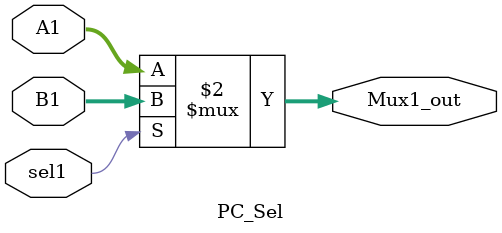
<source format=v>
`timescale 1ns / 1ps


module PC_Sel(sel1, A1, B1, Mux1_out);
    input sel1;
    input [31:0] A1, B1;
    output [31:0] Mux1_out;

    assign Mux1_out = (sel1 == 1'b0) ? A1 : B1;
endmodule

</source>
